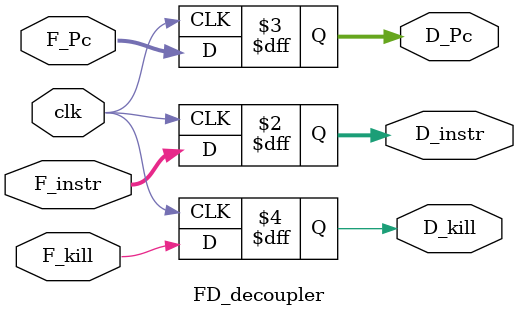
<source format=v>
module FD_decoupler
#(parameter INSTR_WIDTH=32, parameter ADDR_WIDTH=32)
(
	input clk,
	input [(INSTR_WIDTH-1):0] F_instr,
	input [(ADDR_WIDTH-1):0] F_Pc,
	input F_kill,
	
	output reg [(INSTR_WIDTH-1):0] D_instr,
	output reg [(ADDR_WIDTH-1):0] D_Pc,
	output reg D_kill
);

	always @(posedge clk) begin
		D_instr <= F_instr;
		D_Pc <= F_Pc;
		D_kill <= F_kill;
	end


endmodule
</source>
